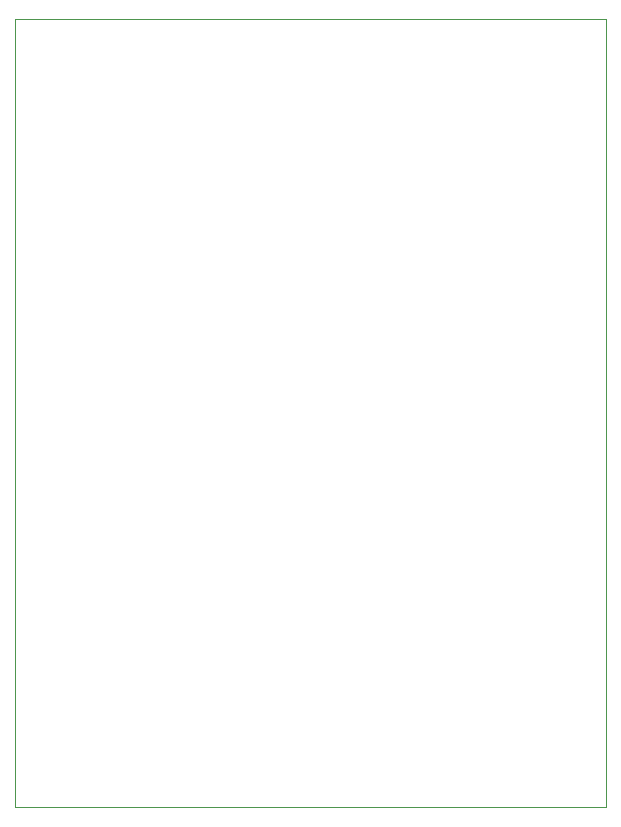
<source format=gbr>
%TF.GenerationSoftware,KiCad,Pcbnew,8.0.8-8.0.8-0~ubuntu24.04.1*%
%TF.CreationDate,2025-02-20T15:32:55-05:00*%
%TF.ProjectId,projects,70726f6a-6563-4747-932e-6b696361645f,rev?*%
%TF.SameCoordinates,Original*%
%TF.FileFunction,Profile,NP*%
%FSLAX46Y46*%
G04 Gerber Fmt 4.6, Leading zero omitted, Abs format (unit mm)*
G04 Created by KiCad (PCBNEW 8.0.8-8.0.8-0~ubuntu24.04.1) date 2025-02-20 15:32:55*
%MOMM*%
%LPD*%
G01*
G04 APERTURE LIST*
%TA.AperFunction,Profile*%
%ADD10C,0.050000*%
%TD*%
G04 APERTURE END LIST*
D10*
X59531250Y-38100000D02*
X109537500Y-38100000D01*
X109537500Y-104775000D01*
X59531250Y-104775000D01*
X59531250Y-38100000D01*
M02*

</source>
